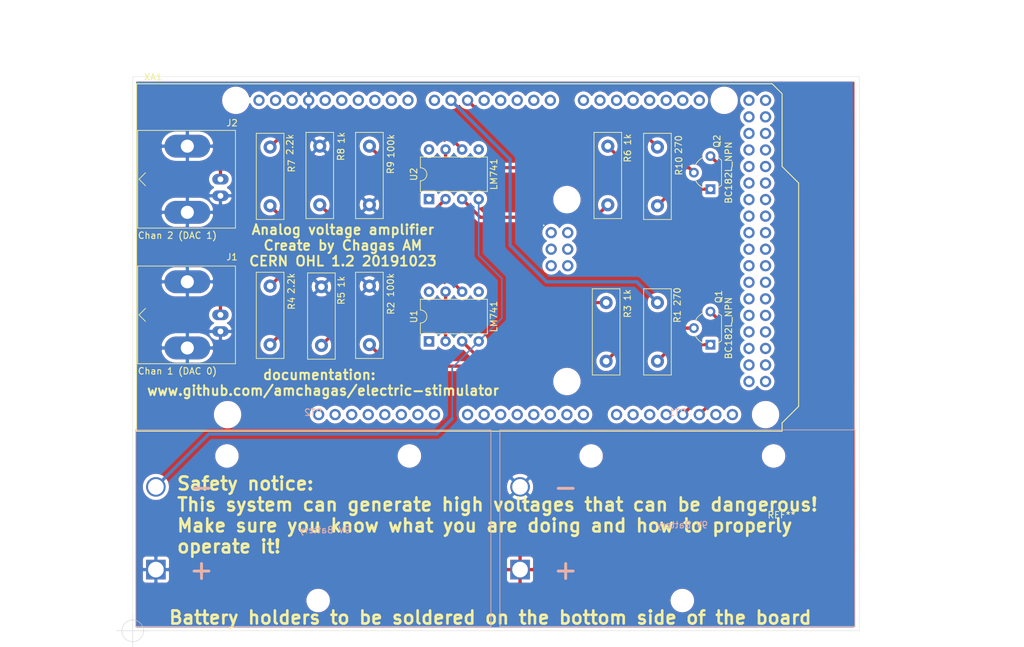
<source format=kicad_pcb>
(kicad_pcb (version 20171130) (host pcbnew 5.1.4-e60b266~84~ubuntu18.04.1)
  (layers (0 F.Cu signal) (31 B.Cu signal) (34 B.Paste user) (35 F.Paste user) (36 B.SilkS user) (37 F.SilkS user) (38 B.Mask user) (39 F.Mask user) (44 Edge.Cuts user))
  (net 0 "")
  (net 1 "Net-(BT1-Pad1)")
  (net 2 GND)
  (net 3 "Net-(BT2-Pad2)")
  (net 4 "Net-(J1-Pad1)")
  (net 5 "Net-(J2-Pad1)")
  (net 6 "Net-(Q1-Pad1)")
  (net 7 "Net-(Q1-Pad3)")
  (net 8 "Net-(Q1-Pad2)")
  (net 9 "Net-(Q2-Pad2)")
  (net 10 "Net-(Q2-Pad3)")
  (net 11 "Net-(Q2-Pad1)")
  (net 12 "Net-(R1-Pad2)")
  (net 13 "Net-(R3-Pad2)")
  (net 14 "Net-(R4-Pad1)")
  (net 15 "Net-(R6-Pad2)")
  (net 16 "Net-(R7-Pad1)")
  (net 17 "Net-(R10-Pad2)")
  (net 18 "Net-(U1-Pad1)")
  (net 19 "Net-(U1-Pad5)")
  (net 20 "Net-(U1-Pad8)")
  (net 21 "Net-(U2-Pad8)")
  (net 22 "Net-(U2-Pad5)")
  (net 23 "Net-(U2-Pad1)")
  (net 24 "Net-(XA1-PadRST2)")
  (net 25 "Net-(XA1-PadGND4)")
  (net 26 "Net-(XA1-PadMOSI)")
  (net 27 "Net-(XA1-PadSCK)")
  (net 28 "Net-(XA1-Pad5V2)")
  (net 29 "Net-(XA1-PadA0)")
  (net 30 "Net-(XA1-PadVIN)")
  (net 31 "Net-(XA1-PadGND3)")
  (net 32 "Net-(XA1-PadGND2)")
  (net 33 "Net-(XA1-Pad5V1)")
  (net 34 "Net-(XA1-Pad3V3)")
  (net 35 "Net-(XA1-PadRST1)")
  (net 36 "Net-(XA1-PadIORF)")
  (net 37 "Net-(XA1-PadD21)")
  (net 38 "Net-(XA1-PadD20)")
  (net 39 "Net-(XA1-PadD19)")
  (net 40 "Net-(XA1-PadD18)")
  (net 41 "Net-(XA1-PadD17)")
  (net 42 "Net-(XA1-PadD16)")
  (net 43 "Net-(XA1-PadD15)")
  (net 44 "Net-(XA1-PadD14)")
  (net 45 "Net-(XA1-PadD0)")
  (net 46 "Net-(XA1-PadD1)")
  (net 47 "Net-(XA1-PadD2)")
  (net 48 "Net-(XA1-PadD3)")
  (net 49 "Net-(XA1-PadD4)")
  (net 50 "Net-(XA1-PadD7)")
  (net 51 "Net-(XA1-PadD8)")
  (net 52 "Net-(XA1-PadD9)")
  (net 53 "Net-(XA1-PadD10)")
  (net 54 "Net-(XA1-PadSCL1)")
  (net 55 "Net-(XA1-PadSDA1)")
  (net 56 "Net-(XA1-PadAREF)")
  (net 57 "Net-(XA1-PadD13)")
  (net 58 "Net-(XA1-PadD12)")
  (net 59 "Net-(XA1-PadD11)")
  (net 60 "Net-(XA1-PadA1)")
  (net 61 "Net-(XA1-PadA2)")
  (net 62 "Net-(XA1-PadA3)")
  (net 63 "Net-(XA1-PadA4)")
  (net 64 "Net-(XA1-PadA5)")
  (net 65 "Net-(XA1-PadA6)")
  (net 66 "Net-(XA1-PadA7)")
  (net 67 "Net-(XA1-PadA8)")
  (net 68 "Net-(XA1-PadA9)")
  (net 69 "Net-(XA1-PadA10)")
  (net 70 "Net-(XA1-PadA11)")
  (net 71 "Net-(XA1-PadCANR)")
  (net 72 "Net-(XA1-PadCANT)")
  (net 73 "Net-(XA1-Pad5V3)")
  (net 74 "Net-(XA1-Pad5V4)")
  (net 75 "Net-(XA1-PadD22)")
  (net 76 "Net-(XA1-PadD23)")
  (net 77 "Net-(XA1-PadD24)")
  (net 78 "Net-(XA1-PadD25)")
  (net 79 "Net-(XA1-PadD26)")
  (net 80 "Net-(XA1-PadD27)")
  (net 81 "Net-(XA1-PadD28)")
  (net 82 "Net-(XA1-PadD29)")
  (net 83 "Net-(XA1-PadD30)")
  (net 84 "Net-(XA1-PadD31)")
  (net 85 "Net-(XA1-PadD32)")
  (net 86 "Net-(XA1-PadD33)")
  (net 87 "Net-(XA1-PadD34)")
  (net 88 "Net-(XA1-PadD35)")
  (net 89 "Net-(XA1-PadD36)")
  (net 90 "Net-(XA1-PadD37)")
  (net 91 "Net-(XA1-PadD38)")
  (net 92 "Net-(XA1-PadD39)")
  (net 93 "Net-(XA1-PadD40)")
  (net 94 "Net-(XA1-PadD41)")
  (net 95 "Net-(XA1-PadD42)")
  (net 96 "Net-(XA1-PadD43)")
  (net 97 "Net-(XA1-PadD44)")
  (net 98 "Net-(XA1-PadD45)")
  (net 99 "Net-(XA1-PadD46)")
  (net 100 "Net-(XA1-PadD47)")
  (net 101 "Net-(XA1-PadD48)")
  (net 102 "Net-(XA1-PadD49)")
  (net 103 "Net-(XA1-PadD50)")
  (net 104 "Net-(XA1-PadD51)")
  (net 105 "Net-(XA1-PadD52)")
  (net 106 "Net-(XA1-PadD53)")
  (net 107 "Net-(XA1-PadGND5)")
  (net 108 "Net-(XA1-PadGND6)")
  (net 109 "Net-(XA1-PadMISO)")
  (module Symbol:Symbol_Highvoltage_Type2_CopperTop_Small (layer F.Cu) (at 179.07 142.494)
    (fp_text reference REF** (at 0 -10.16) (layer F.SilkS))
    (fp_text value Symbol_Highvoltage_Type2_CopperTop_Small)
    (fp_line (start -1.143 1.397) (end -1.27 0.889) (layer F.Cu) (width 0.381))
    (fp_line (start 0 -0.889) (end -1.143 1.397) (layer F.Cu) (width 0.381))
    (fp_line (start -1.397 -0.889) (end 0 -0.889) (layer F.Cu) (width 0.381))
    (fp_line (start 0.127 -3.175) (end -1.397 -0.889) (layer F.Cu) (width 0.381))
    (fp_line (start 0.381 -2.794) (end 0.254 -3.302) (layer F.Cu) (width 0.381))
    (fp_line (start 1.143 -3.302) (end 0.381 -2.794) (layer F.Cu) (width 0.381))
    (fp_line (start -0.635 -1.27) (end 1.143 -3.302) (layer F.Cu) (width 0.381))
    (fp_line (start 0.635 -1.27) (end -0.635 -1.27) (layer F.Cu) (width 0.381))
    (fp_line (start -1.143 1.524) (end 0.635 -1.27) (layer F.Cu) (width 0.381))
    (fp_line (start -0.635 1.27) (end -1.143 1.524) (layer F.Cu) (width 0.381))
    (fp_line (start -1.397 1.905) (end -0.635 1.27) (layer F.Cu) (width 0.381))
    (fp_line (start -1.27 0.889) (end -1.397 1.905) (layer F.Cu) (width 0.381))
    (fp_line (start -1.016 -1.016) (end 0.254 -1.016) (layer F.Cu) (width 0.381))
    (fp_line (start 0.381 -2.921) (end -1.016 -1.016) (layer F.Cu) (width 0.381))
    (fp_line (start -8.89 3.81) (end 0 -7.62) (layer F.Cu) (width 1.27))
    (fp_line (start 8.89 3.81) (end -8.89 3.81) (layer F.Cu) (width 1.27))
    (fp_line (start 0 -7.62) (end 8.89 3.81) (layer F.Cu) (width 1.27))
  )
  (module Battery:BatteryHolder_Eagle_12BH611-GR (layer B.Cu) (at 138.938 140.716 180)
    (fp_text reference BT1 (at -24.13 24.13) (layer B.SilkS) (effects (justify mirror)))
    (fp_text value "9V Battery" (at -24.892 6.858) (layer B.SilkS) (effects (justify mirror)))
    (fp_text user - (at -7 12.7) (layer B.SilkS) (effects (font (size 3 3) (thickness 0.45)) (justify mirror)))
    (fp_text user + (at -7 0) (layer B.SilkS) (effects (font (size 3 3) (thickness 0.45)) (justify mirror)))
    (fp_line (start -51.4 -8.75) (end -51.4 21.45) (layer B.SilkS) (width 0.12))
    (fp_line (start 3.1 -8.75) (end -51.4 -8.75) (layer B.SilkS) (width 0.12))
    (fp_line (start 3.1 21.45) (end 3.1 -8.75) (layer B.SilkS) (width 0.12))
    (fp_line (start -51.4 21.45) (end 3.1 21.45) (layer B.SilkS) (width 0.12))
    (pad "" np_thru_hole circle (at -24.9 -4.75 180) (size 2.6 2.6) (drill 2.6) (layers *.Cu *.Mask))
    (pad "" np_thru_hole circle (at -38.9 17.45 180) (size 2.6 2.6) (drill 2.6) (layers *.Cu *.Mask))
    (pad "" np_thru_hole circle (at -10.9 17.45 180) (size 2.6 2.6) (drill 2.6) (layers *.Cu *.Mask))
    (pad 1 thru_hole rect (at 0 0 180) (size 3 3) (drill 2.4) (layers *.Cu *.Mask) (net 1 "Net-(BT1-Pad1)"))
    (pad 2 thru_hole circle (at 0 12.7 180) (size 3 3) (drill 2.4) (layers *.Cu *.Mask) (net 2 GND))
  )
  (module Arduino:Arduino_Due_Shield (layer F.Cu) (at 80.085001 119.455001)
    (fp_text reference XA1 (at 2.54 -54.356) (layer F.SilkS))
    (fp_text value Arduino_Due_Shield)
    (fp_text user . (at 62.484 -32.004) (layer F.SilkS))
    (fp_line (start 0 -53.34) (end 0 0) (layer F.SilkS) (width 0.15))
    (fp_line (start 99.06 -40.64) (end 99.06 -51.816) (layer F.SilkS) (width 0.15))
    (fp_line (start 101.6 -38.1) (end 99.06 -40.64) (layer F.SilkS) (width 0.15))
    (fp_line (start 101.6 -3.81) (end 101.6 -38.1) (layer F.SilkS) (width 0.15))
    (fp_line (start 99.06 -1.27) (end 101.6 -3.81) (layer F.SilkS) (width 0.15))
    (fp_line (start 99.06 0) (end 99.06 -1.27) (layer F.SilkS) (width 0.15))
    (fp_line (start 97.536 -53.34) (end 99.06 -51.816) (layer F.SilkS) (width 0.15))
    (fp_line (start 0 0) (end 99.06 0) (layer F.SilkS) (width 0.15))
    (fp_line (start 0 -53.34) (end 97.536 -53.34) (layer F.SilkS) (width 0.15))
    (pad RST2 thru_hole oval (at 63.627 -25.4) (size 1.7272 1.7272) (drill 1.016) (layers *.Cu *.Mask) (net 24 "Net-(XA1-PadRST2)"))
    (pad GND4 thru_hole oval (at 66.167 -25.4) (size 1.7272 1.7272) (drill 1.016) (layers *.Cu *.Mask) (net 25 "Net-(XA1-PadGND4)"))
    (pad MOSI thru_hole oval (at 66.167 -27.94) (size 1.7272 1.7272) (drill 1.016) (layers *.Cu *.Mask) (net 26 "Net-(XA1-PadMOSI)"))
    (pad SCK thru_hole oval (at 63.627 -27.94) (size 1.7272 1.7272) (drill 1.016) (layers *.Cu *.Mask) (net 27 "Net-(XA1-PadSCK)"))
    (pad 5V2 thru_hole oval (at 66.167 -30.48) (size 1.7272 1.7272) (drill 1.016) (layers *.Cu *.Mask) (net 28 "Net-(XA1-Pad5V2)"))
    (pad A0 thru_hole oval (at 50.8 -2.54) (size 1.7272 1.7272) (drill 1.016) (layers *.Cu *.Mask) (net 29 "Net-(XA1-PadA0)"))
    (pad VIN thru_hole oval (at 45.72 -2.54) (size 1.7272 1.7272) (drill 1.016) (layers *.Cu *.Mask) (net 30 "Net-(XA1-PadVIN)"))
    (pad GND3 thru_hole oval (at 43.18 -2.54) (size 1.7272 1.7272) (drill 1.016) (layers *.Cu *.Mask) (net 31 "Net-(XA1-PadGND3)"))
    (pad GND2 thru_hole oval (at 40.64 -2.54) (size 1.7272 1.7272) (drill 1.016) (layers *.Cu *.Mask) (net 32 "Net-(XA1-PadGND2)"))
    (pad 5V1 thru_hole oval (at 38.1 -2.54) (size 1.7272 1.7272) (drill 1.016) (layers *.Cu *.Mask) (net 33 "Net-(XA1-Pad5V1)"))
    (pad 3V3 thru_hole oval (at 35.56 -2.54) (size 1.7272 1.7272) (drill 1.016) (layers *.Cu *.Mask) (net 34 "Net-(XA1-Pad3V3)"))
    (pad RST1 thru_hole oval (at 33.02 -2.54) (size 1.7272 1.7272) (drill 1.016) (layers *.Cu *.Mask) (net 35 "Net-(XA1-PadRST1)"))
    (pad IORF thru_hole oval (at 30.48 -2.54) (size 1.7272 1.7272) (drill 1.016) (layers *.Cu *.Mask) (net 36 "Net-(XA1-PadIORF)"))
    (pad D21 thru_hole oval (at 86.36 -50.8) (size 1.7272 1.7272) (drill 1.016) (layers *.Cu *.Mask) (net 37 "Net-(XA1-PadD21)"))
    (pad D20 thru_hole oval (at 83.82 -50.8) (size 1.7272 1.7272) (drill 1.016) (layers *.Cu *.Mask) (net 38 "Net-(XA1-PadD20)"))
    (pad D19 thru_hole oval (at 81.28 -50.8) (size 1.7272 1.7272) (drill 1.016) (layers *.Cu *.Mask) (net 39 "Net-(XA1-PadD19)"))
    (pad D18 thru_hole oval (at 78.74 -50.8) (size 1.7272 1.7272) (drill 1.016) (layers *.Cu *.Mask) (net 40 "Net-(XA1-PadD18)"))
    (pad D17 thru_hole oval (at 76.2 -50.8) (size 1.7272 1.7272) (drill 1.016) (layers *.Cu *.Mask) (net 41 "Net-(XA1-PadD17)"))
    (pad D16 thru_hole oval (at 73.66 -50.8) (size 1.7272 1.7272) (drill 1.016) (layers *.Cu *.Mask) (net 42 "Net-(XA1-PadD16)"))
    (pad D15 thru_hole oval (at 71.12 -50.8) (size 1.7272 1.7272) (drill 1.016) (layers *.Cu *.Mask) (net 43 "Net-(XA1-PadD15)"))
    (pad D14 thru_hole oval (at 68.58 -50.8) (size 1.7272 1.7272) (drill 1.016) (layers *.Cu *.Mask) (net 44 "Net-(XA1-PadD14)"))
    (pad D0 thru_hole oval (at 63.5 -50.8) (size 1.7272 1.7272) (drill 1.016) (layers *.Cu *.Mask) (net 45 "Net-(XA1-PadD0)"))
    (pad D1 thru_hole oval (at 60.96 -50.8) (size 1.7272 1.7272) (drill 1.016) (layers *.Cu *.Mask) (net 46 "Net-(XA1-PadD1)"))
    (pad D2 thru_hole oval (at 58.42 -50.8) (size 1.7272 1.7272) (drill 1.016) (layers *.Cu *.Mask) (net 47 "Net-(XA1-PadD2)"))
    (pad D3 thru_hole oval (at 55.88 -50.8) (size 1.7272 1.7272) (drill 1.016) (layers *.Cu *.Mask) (net 48 "Net-(XA1-PadD3)"))
    (pad D4 thru_hole oval (at 53.34 -50.8) (size 1.7272 1.7272) (drill 1.016) (layers *.Cu *.Mask) (net 49 "Net-(XA1-PadD4)"))
    (pad D5 thru_hole oval (at 50.8 -50.8) (size 1.7272 1.7272) (drill 1.016) (layers *.Cu *.Mask) (net 17 "Net-(R10-Pad2)"))
    (pad D6 thru_hole oval (at 48.26 -50.8) (size 1.7272 1.7272) (drill 1.016) (layers *.Cu *.Mask) (net 12 "Net-(R1-Pad2)"))
    (pad D7 thru_hole oval (at 45.72 -50.8) (size 1.7272 1.7272) (drill 1.016) (layers *.Cu *.Mask) (net 50 "Net-(XA1-PadD7)"))
    (pad GND1 thru_hole oval (at 26.416 -50.8) (size 1.7272 1.7272) (drill 1.016) (layers *.Cu *.Mask) (net 2 GND))
    (pad D8 thru_hole oval (at 41.656 -50.8) (size 1.7272 1.7272) (drill 1.016) (layers *.Cu *.Mask) (net 51 "Net-(XA1-PadD8)"))
    (pad D9 thru_hole oval (at 39.116 -50.8) (size 1.7272 1.7272) (drill 1.016) (layers *.Cu *.Mask) (net 52 "Net-(XA1-PadD9)"))
    (pad D10 thru_hole oval (at 36.576 -50.8) (size 1.7272 1.7272) (drill 1.016) (layers *.Cu *.Mask) (net 53 "Net-(XA1-PadD10)"))
    (pad "" np_thru_hole circle (at 66.04 -7.62) (size 3.2 3.2) (drill 3.2) (layers *.Cu *.Mask))
    (pad "" np_thru_hole circle (at 66.04 -35.56) (size 3.2 3.2) (drill 3.2) (layers *.Cu *.Mask))
    (pad "" np_thru_hole circle (at 90.17 -50.8) (size 3.2 3.2) (drill 3.2) (layers *.Cu *.Mask))
    (pad "" np_thru_hole circle (at 15.24 -50.8) (size 3.2 3.2) (drill 3.2) (layers *.Cu *.Mask))
    (pad "" np_thru_hole circle (at 96.52 -2.54) (size 3.2 3.2) (drill 3.2) (layers *.Cu *.Mask))
    (pad "" np_thru_hole circle (at 13.97 -2.54) (size 3.2 3.2) (drill 3.2) (layers *.Cu *.Mask))
    (pad SCL1 thru_hole oval (at 18.796 -50.8) (size 1.7272 1.7272) (drill 1.016) (layers *.Cu *.Mask) (net 54 "Net-(XA1-PadSCL1)"))
    (pad SDA1 thru_hole oval (at 21.336 -50.8) (size 1.7272 1.7272) (drill 1.016) (layers *.Cu *.Mask) (net 55 "Net-(XA1-PadSDA1)"))
    (pad AREF thru_hole oval (at 23.876 -50.8) (size 1.7272 1.7272) (drill 1.016) (layers *.Cu *.Mask) (net 56 "Net-(XA1-PadAREF)"))
    (pad D13 thru_hole oval (at 28.956 -50.8) (size 1.7272 1.7272) (drill 1.016) (layers *.Cu *.Mask) (net 57 "Net-(XA1-PadD13)"))
    (pad D12 thru_hole oval (at 31.496 -50.8) (size 1.7272 1.7272) (drill 1.016) (layers *.Cu *.Mask) (net 58 "Net-(XA1-PadD12)"))
    (pad D11 thru_hole oval (at 34.036 -50.8) (size 1.7272 1.7272) (drill 1.016) (layers *.Cu *.Mask) (net 59 "Net-(XA1-PadD11)"))
    (pad "" thru_hole oval (at 27.94 -2.54) (size 1.7272 1.7272) (drill 1.016) (layers *.Cu *.Mask))
    (pad A1 thru_hole oval (at 53.34 -2.54) (size 1.7272 1.7272) (drill 1.016) (layers *.Cu *.Mask) (net 60 "Net-(XA1-PadA1)"))
    (pad A2 thru_hole oval (at 55.88 -2.54) (size 1.7272 1.7272) (drill 1.016) (layers *.Cu *.Mask) (net 61 "Net-(XA1-PadA2)"))
    (pad A3 thru_hole oval (at 58.42 -2.54) (size 1.7272 1.7272) (drill 1.016) (layers *.Cu *.Mask) (net 62 "Net-(XA1-PadA3)"))
    (pad A4 thru_hole oval (at 60.96 -2.54) (size 1.7272 1.7272) (drill 1.016) (layers *.Cu *.Mask) (net 63 "Net-(XA1-PadA4)"))
    (pad A5 thru_hole oval (at 63.5 -2.54) (size 1.7272 1.7272) (drill 1.016) (layers *.Cu *.Mask) (net 64 "Net-(XA1-PadA5)"))
    (pad A6 thru_hole oval (at 66.04 -2.54) (size 1.7272 1.7272) (drill 1.016) (layers *.Cu *.Mask) (net 65 "Net-(XA1-PadA6)"))
    (pad A7 thru_hole oval (at 68.58 -2.54) (size 1.7272 1.7272) (drill 1.016) (layers *.Cu *.Mask) (net 66 "Net-(XA1-PadA7)"))
    (pad A8 thru_hole oval (at 73.66 -2.54) (size 1.7272 1.7272) (drill 1.016) (layers *.Cu *.Mask) (net 67 "Net-(XA1-PadA8)"))
    (pad A9 thru_hole oval (at 76.2 -2.54) (size 1.7272 1.7272) (drill 1.016) (layers *.Cu *.Mask) (net 68 "Net-(XA1-PadA9)"))
    (pad A10 thru_hole oval (at 78.74 -2.54) (size 1.7272 1.7272) (drill 1.016) (layers *.Cu *.Mask) (net 69 "Net-(XA1-PadA10)"))
    (pad A11 thru_hole oval (at 81.28 -2.54) (size 1.7272 1.7272) (drill 1.016) (layers *.Cu *.Mask) (net 70 "Net-(XA1-PadA11)"))
    (pad DAC0 thru_hole oval (at 83.82 -2.54) (size 1.7272 1.7272) (drill 1.016) (layers *.Cu *.Mask) (net 7 "Net-(Q1-Pad3)"))
    (pad DAC1 thru_hole oval (at 86.36 -2.54) (size 1.7272 1.7272) (drill 1.016) (layers *.Cu *.Mask) (net 10 "Net-(Q2-Pad3)"))
    (pad CANR thru_hole oval (at 88.9 -2.54) (size 1.7272 1.7272) (drill 1.016) (layers *.Cu *.Mask) (net 71 "Net-(XA1-PadCANR)"))
    (pad CANT thru_hole oval (at 91.44 -2.54) (size 1.7272 1.7272) (drill 1.016) (layers *.Cu *.Mask) (net 72 "Net-(XA1-PadCANT)"))
    (pad 5V3 thru_hole oval (at 93.98 -50.8) (size 1.7272 1.7272) (drill 1.016) (layers *.Cu *.Mask) (net 73 "Net-(XA1-Pad5V3)"))
    (pad 5V4 thru_hole oval (at 96.52 -50.8) (size 1.7272 1.7272) (drill 1.016) (layers *.Cu *.Mask) (net 74 "Net-(XA1-Pad5V4)"))
    (pad D22 thru_hole oval (at 93.98 -48.26) (size 1.7272 1.7272) (drill 1.016) (layers *.Cu *.Mask) (net 75 "Net-(XA1-PadD22)"))
    (pad D23 thru_hole oval (at 96.52 -48.26) (size 1.7272 1.7272) (drill 1.016) (layers *.Cu *.Mask) (net 76 "Net-(XA1-PadD23)"))
    (pad D24 thru_hole oval (at 93.98 -45.72) (size 1.7272 1.7272) (drill 1.016) (layers *.Cu *.Mask) (net 77 "Net-(XA1-PadD24)"))
    (pad D25 thru_hole oval (at 96.52 -45.72) (size 1.7272 1.7272) (drill 1.016) (layers *.Cu *.Mask) (net 78 "Net-(XA1-PadD25)"))
    (pad D26 thru_hole oval (at 93.98 -43.18) (size 1.7272 1.7272) (drill 1.016) (layers *.Cu *.Mask) (net 79 "Net-(XA1-PadD26)"))
    (pad D27 thru_hole oval (at 96.52 -43.18) (size 1.7272 1.7272) (drill 1.016) (layers *.Cu *.Mask) (net 80 "Net-(XA1-PadD27)"))
    (pad D28 thru_hole oval (at 93.98 -40.64) (size 1.7272 1.7272) (drill 1.016) (layers *.Cu *.Mask) (net 81 "Net-(XA1-PadD28)"))
    (pad D29 thru_hole oval (at 96.52 -40.64) (size 1.7272 1.7272) (drill 1.016) (layers *.Cu *.Mask) (net 82 "Net-(XA1-PadD29)"))
    (pad D30 thru_hole oval (at 93.98 -38.1) (size 1.7272 1.7272) (drill 1.016) (layers *.Cu *.Mask) (net 83 "Net-(XA1-PadD30)"))
    (pad D31 thru_hole oval (at 96.52 -38.1) (size 1.7272 1.7272) (drill 1.016) (layers *.Cu *.Mask) (net 84 "Net-(XA1-PadD31)"))
    (pad D32 thru_hole oval (at 93.98 -35.56) (size 1.7272 1.7272) (drill 1.016) (layers *.Cu *.Mask) (net 85 "Net-(XA1-PadD32)"))
    (pad D33 thru_hole oval (at 96.52 -35.56) (size 1.7272 1.7272) (drill 1.016) (layers *.Cu *.Mask) (net 86 "Net-(XA1-PadD33)"))
    (pad D34 thru_hole oval (at 93.98 -33.02) (size 1.7272 1.7272) (drill 1.016) (layers *.Cu *.Mask) (net 87 "Net-(XA1-PadD34)"))
    (pad D35 thru_hole oval (at 96.52 -33.02) (size 1.7272 1.7272) (drill 1.016) (layers *.Cu *.Mask) (net 88 "Net-(XA1-PadD35)"))
    (pad D36 thru_hole oval (at 93.98 -30.48) (size 1.7272 1.7272) (drill 1.016) (layers *.Cu *.Mask) (net 89 "Net-(XA1-PadD36)"))
    (pad D37 thru_hole oval (at 96.52 -30.48) (size 1.7272 1.7272) (drill 1.016) (layers *.Cu *.Mask) (net 90 "Net-(XA1-PadD37)"))
    (pad D38 thru_hole oval (at 93.98 -27.94) (size 1.7272 1.7272) (drill 1.016) (layers *.Cu *.Mask) (net 91 "Net-(XA1-PadD38)"))
    (pad D39 thru_hole oval (at 96.52 -27.94) (size 1.7272 1.7272) (drill 1.016) (layers *.Cu *.Mask) (net 92 "Net-(XA1-PadD39)"))
    (pad D40 thru_hole oval (at 93.98 -25.4) (size 1.7272 1.7272) (drill 1.016) (layers *.Cu *.Mask) (net 93 "Net-(XA1-PadD40)"))
    (pad D41 thru_hole oval (at 96.52 -25.4) (size 1.7272 1.7272) (drill 1.016) (layers *.Cu *.Mask) (net 94 "Net-(XA1-PadD41)"))
    (pad D42 thru_hole oval (at 93.98 -22.86) (size 1.7272 1.7272) (drill 1.016) (layers *.Cu *.Mask) (net 95 "Net-(XA1-PadD42)"))
    (pad D43 thru_hole oval (at 96.52 -22.86) (size 1.7272 1.7272) (drill 1.016) (layers *.Cu *.Mask) (net 96 "Net-(XA1-PadD43)"))
    (pad D44 thru_hole oval (at 93.98 -20.32) (size 1.7272 1.7272) (drill 1.016) (layers *.Cu *.Mask) (net 97 "Net-(XA1-PadD44)"))
    (pad D45 thru_hole oval (at 96.52 -20.32) (size 1.7272 1.7272) (drill 1.016) (layers *.Cu *.Mask) (net 98 "Net-(XA1-PadD45)"))
    (pad D46 thru_hole oval (at 93.98 -17.78) (size 1.7272 1.7272) (drill 1.016) (layers *.Cu *.Mask) (net 99 "Net-(XA1-PadD46)"))
    (pad D47 thru_hole oval (at 96.52 -17.78) (size 1.7272 1.7272) (drill 1.016) (layers *.Cu *.Mask) (net 100 "Net-(XA1-PadD47)"))
    (pad D48 thru_hole oval (at 93.98 -15.24) (size 1.7272 1.7272) (drill 1.016) (layers *.Cu *.Mask) (net 101 "Net-(XA1-PadD48)"))
    (pad D49 thru_hole oval (at 96.52 -15.24) (size 1.7272 1.7272) (drill 1.016) (layers *.Cu *.Mask) (net 102 "Net-(XA1-PadD49)"))
    (pad D50 thru_hole oval (at 93.98 -12.7) (size 1.7272 1.7272) (drill 1.016) (layers *.Cu *.Mask) (net 103 "Net-(XA1-PadD50)"))
    (pad D51 thru_hole oval (at 96.52 -12.7) (size 1.7272 1.7272) (drill 1.016) (layers *.Cu *.Mask) (net 104 "Net-(XA1-PadD51)"))
    (pad D52 thru_hole oval (at 93.98 -10.16) (size 1.7272 1.7272) (drill 1.016) (layers *.Cu *.Mask) (net 105 "Net-(XA1-PadD52)"))
    (pad D53 thru_hole oval (at 96.52 -10.16) (size 1.7272 1.7272) (drill 1.016) (layers *.Cu *.Mask) (net 106 "Net-(XA1-PadD53)"))
    (pad GND5 thru_hole oval (at 93.98 -7.62) (size 1.7272 1.7272) (drill 1.016) (layers *.Cu *.Mask) (net 107 "Net-(XA1-PadGND5)"))
    (pad GND6 thru_hole oval (at 96.52 -7.62) (size 1.7272 1.7272) (drill 1.016) (layers *.Cu *.Mask) (net 108 "Net-(XA1-PadGND6)"))
    (pad MISO thru_hole oval (at 63.627 -30.48) (size 1.7272 1.7272) (drill 1.016) (layers *.Cu *.Mask) (net 109 "Net-(XA1-PadMISO)"))
  )
  (module Resistor_THT:R_Box_L13.0mm_W4.0mm_P9.00mm (layer F.Cu) (at 108.204 75.692 270)
    (fp_text reference R8 (at 1.27 -3.25 90) (layer F.SilkS))
    (fp_text value 1k (at -1.27 -3.302 90) (layer F.SilkS))
    (fp_line (start 11.12 -2.12) (end 11.12 2.12) (layer F.SilkS) (width 0.12))
    (fp_line (start -2.12 -2.12) (end -2.12 2.12) (layer F.SilkS) (width 0.12))
    (fp_line (start -2.12 2.12) (end 11.12 2.12) (layer F.SilkS) (width 0.12))
    (fp_line (start -2.12 -2.12) (end 11.12 -2.12) (layer F.SilkS) (width 0.12))
    (pad 2 thru_hole circle (at 9 0 270) (size 2 2) (drill 1) (layers *.Cu *.Mask) (net 16 "Net-(R7-Pad1)"))
    (pad 1 thru_hole circle (at 0 0 270) (size 2 2) (drill 1) (layers *.Cu *.Mask) (net 2 GND))
  )
  (module Battery:BatteryHolder_Eagle_12BH611-GR (layer B.Cu) (at 83.058 140.716 180)
    (fp_text reference BT2 (at -24.13 24.13) (layer B.SilkS) (effects (justify mirror)))
    (fp_text value "9V Battery" (at -25.908 6.096 180) (layer B.SilkS) (effects (justify mirror)))
    (fp_line (start -51.4 21.45) (end 3.1 21.45) (layer B.SilkS) (width 0.12))
    (fp_line (start 3.1 21.45) (end 3.1 -8.75) (layer B.SilkS) (width 0.12))
    (fp_line (start 3.1 -8.75) (end -51.4 -8.75) (layer B.SilkS) (width 0.12))
    (fp_line (start -51.4 -8.75) (end -51.4 21.45) (layer B.SilkS) (width 0.12))
    (fp_text user + (at -7 0) (layer B.SilkS) (effects (font (size 3 3) (thickness 0.45)) (justify mirror)))
    (fp_text user - (at -7 12.7) (layer B.SilkS) (effects (font (size 3 3) (thickness 0.45)) (justify mirror)))
    (pad 2 thru_hole circle (at 0 12.7 180) (size 3 3) (drill 2.4) (layers *.Cu *.Mask) (net 3 "Net-(BT2-Pad2)"))
    (pad 1 thru_hole rect (at 0 0 180) (size 3 3) (drill 2.4) (layers *.Cu *.Mask) (net 2 GND))
    (pad "" np_thru_hole circle (at -10.9 17.45 180) (size 2.6 2.6) (drill 2.6) (layers *.Cu *.Mask))
    (pad "" np_thru_hole circle (at -38.9 17.45 180) (size 2.6 2.6) (drill 2.6) (layers *.Cu *.Mask))
    (pad "" np_thru_hole circle (at -24.9 -4.75 180) (size 2.6 2.6) (drill 2.6) (layers *.Cu *.Mask))
  )
  (module Connector_Coaxial:BNC_Amphenol_B6252HB-NPP3G-50_Horizontal (layer F.Cu) (at 92.964 101.6 90)
    (fp_text reference J1 (at 8.89 1.778 180) (layer F.SilkS))
    (fp_text value "Chan 1 (DAC 0)" (at -8.636 -6.604 180) (layer F.SilkS))
    (fp_line (start -7.5 -12.7) (end 7.5 -12.7) (layer F.SilkS) (width 0.12))
    (fp_line (start 7.5 -12.7) (end 7.5 2.3) (layer F.SilkS) (width 0.12))
    (fp_line (start 7.5 2.3) (end -7.5 2.3) (layer F.SilkS) (width 0.12))
    (fp_line (start -7.5 2.3) (end -7.5 -12.7) (layer F.SilkS) (width 0.12))
    (fp_line (start 0 -12.5) (end -1 -11.5) (layer F.SilkS) (width 0.12))
    (fp_line (start 0 -12.5) (end 1 -11.5) (layer F.SilkS) (width 0.12))
    (pad 2 thru_hole oval (at -5.08 -5.08 90) (size 3.5 7) (drill 2.01) (layers *.Cu *.Mask) (net 2 GND))
    (pad 2 thru_hole oval (at 5.08 -5.08 90) (size 3.5 7) (drill 2.01) (layers *.Cu *.Mask) (net 2 GND))
    (pad 1 thru_hole oval (at 0 0 90) (size 1.6 2.5) (drill 0.89) (layers *.Cu *.Mask) (net 4 "Net-(J1-Pad1)"))
    (pad 2 thru_hole oval (at -2.54 0 90) (size 1.6 2.5) (drill 0.89) (layers *.Cu *.Mask) (net 2 GND))
  )
  (module Connector_Coaxial:BNC_Amphenol_B6252HB-NPP3G-50_Horizontal (layer F.Cu) (at 92.964 80.772 90)
    (fp_text reference J2 (at 8.636 1.778 180) (layer F.SilkS))
    (fp_text value "Chan 2 (DAC 1)" (at -8.636 -6.604) (layer F.SilkS))
    (fp_line (start 0 -12.5) (end 1 -11.5) (layer F.SilkS) (width 0.12))
    (fp_line (start 0 -12.5) (end -1 -11.5) (layer F.SilkS) (width 0.12))
    (fp_line (start -7.5 2.3) (end -7.5 -12.7) (layer F.SilkS) (width 0.12))
    (fp_line (start 7.5 2.3) (end -7.5 2.3) (layer F.SilkS) (width 0.12))
    (fp_line (start 7.5 -12.7) (end 7.5 2.3) (layer F.SilkS) (width 0.12))
    (fp_line (start -7.5 -12.7) (end 7.5 -12.7) (layer F.SilkS) (width 0.12))
    (pad 2 thru_hole oval (at -2.54 0 90) (size 1.6 2.5) (drill 0.89) (layers *.Cu *.Mask) (net 2 GND))
    (pad 1 thru_hole oval (at 0 0 90) (size 1.6 2.5) (drill 0.89) (layers *.Cu *.Mask) (net 5 "Net-(J2-Pad1)"))
    (pad 2 thru_hole oval (at 5.08 -5.08 90) (size 3.5 7) (drill 2.01) (layers *.Cu *.Mask) (net 2 GND))
    (pad 2 thru_hole oval (at -5.08 -5.08 90) (size 3.5 7) (drill 2.01) (layers *.Cu *.Mask) (net 2 GND))
  )
  (module Package_TO_SOT_THT:TO-92L_Wide (layer F.Cu) (at 168.148 106.172 90)
    (fp_text reference Q1 (at 7.366 1.27 90) (layer F.SilkS))
    (fp_text value BC182L_NPN (at 2.54 2.79 90) (layer F.SilkS))
    (fp_arc (start 2.54 0) (end 4.45 1.7) (angle -15.88591585) (layer F.SilkS) (width 0.12))
    (fp_arc (start 2.54 0) (end 3.6 -2.35) (angle 40.72153779) (layer F.SilkS) (width 0.12))
    (fp_arc (start 2.54 0) (end 1.45 -2.35) (angle -40.11670855) (layer F.SilkS) (width 0.12))
    (fp_arc (start 2.54 0) (end 0.6 1.7) (angle 15.44288892) (layer F.SilkS) (width 0.12))
    (fp_line (start 0.6 1.7) (end 4.45 1.7) (layer F.SilkS) (width 0.12))
    (pad 1 thru_hole rect (at 0 0 180) (size 1.5 1.5) (drill 0.8) (layers *.Cu *.Mask) (net 6 "Net-(Q1-Pad1)"))
    (pad 3 thru_hole circle (at 5.08 0 180) (size 1.5 1.5) (drill 0.8) (layers *.Cu *.Mask) (net 7 "Net-(Q1-Pad3)"))
    (pad 2 thru_hole circle (at 2.54 -2.54 180) (size 1.5 1.5) (drill 0.8) (layers *.Cu *.Mask) (net 8 "Net-(Q1-Pad2)"))
  )
  (module Package_TO_SOT_THT:TO-92L_Wide (layer F.Cu) (at 168.148 82.296 90)
    (fp_text reference Q2 (at 7.366 1.016 90) (layer F.SilkS))
    (fp_text value BC182L_NPN (at 2.54 2.79 90) (layer F.SilkS))
    (fp_line (start 0.6 1.7) (end 4.45 1.7) (layer F.SilkS) (width 0.12))
    (fp_arc (start 2.54 0) (end 0.6 1.7) (angle 15.44288892) (layer F.SilkS) (width 0.12))
    (fp_arc (start 2.54 0) (end 1.45 -2.35) (angle -40.11670855) (layer F.SilkS) (width 0.12))
    (fp_arc (start 2.54 0) (end 3.6 -2.35) (angle 40.72153779) (layer F.SilkS) (width 0.12))
    (fp_arc (start 2.54 0) (end 4.45 1.7) (angle -15.88591585) (layer F.SilkS) (width 0.12))
    (pad 2 thru_hole circle (at 2.54 -2.54 180) (size 1.5 1.5) (drill 0.8) (layers *.Cu *.Mask) (net 9 "Net-(Q2-Pad2)"))
    (pad 3 thru_hole circle (at 5.08 0 180) (size 1.5 1.5) (drill 0.8) (layers *.Cu *.Mask) (net 10 "Net-(Q2-Pad3)"))
    (pad 1 thru_hole rect (at 0 0 180) (size 1.5 1.5) (drill 0.8) (layers *.Cu *.Mask) (net 11 "Net-(Q2-Pad1)"))
  )
  (module Resistor_THT:R_Box_L13.0mm_W4.0mm_P9.00mm (layer F.Cu) (at 160.02 108.712 90)
    (fp_text reference R1 (at 6.858 3.048 90) (layer F.SilkS))
    (fp_text value 270 (at 9.906 3.048 90) (layer F.SilkS))
    (fp_line (start 11.12 -2.12) (end 11.12 2.12) (layer F.SilkS) (width 0.12))
    (fp_line (start -2.12 -2.12) (end -2.12 2.12) (layer F.SilkS) (width 0.12))
    (fp_line (start -2.12 2.12) (end 11.12 2.12) (layer F.SilkS) (width 0.12))
    (fp_line (start -2.12 -2.12) (end 11.12 -2.12) (layer F.SilkS) (width 0.12))
    (pad 2 thru_hole circle (at 9 0 90) (size 2 2) (drill 1) (layers *.Cu *.Mask) (net 12 "Net-(R1-Pad2)"))
    (pad 1 thru_hole circle (at 0 0 90) (size 2 2) (drill 1) (layers *.Cu *.Mask) (net 6 "Net-(Q1-Pad1)"))
  )
  (module Resistor_THT:R_Box_L13.0mm_W4.0mm_P9.00mm (layer F.Cu) (at 115.824 106.172 90)
    (fp_text reference R2 (at 5.588 3.302 90) (layer F.SilkS))
    (fp_text value 100k (at 9.144 3.25 90) (layer F.SilkS))
    (fp_line (start -2.12 -2.12) (end 11.12 -2.12) (layer F.SilkS) (width 0.12))
    (fp_line (start -2.12 2.12) (end 11.12 2.12) (layer F.SilkS) (width 0.12))
    (fp_line (start -2.12 -2.12) (end -2.12 2.12) (layer F.SilkS) (width 0.12))
    (fp_line (start 11.12 -2.12) (end 11.12 2.12) (layer F.SilkS) (width 0.12))
    (pad 1 thru_hole circle (at 0 0 90) (size 2 2) (drill 1) (layers *.Cu *.Mask) (net 8 "Net-(Q1-Pad2)"))
    (pad 2 thru_hole circle (at 9 0 90) (size 2 2) (drill 1) (layers *.Cu *.Mask) (net 2 GND))
  )
  (module Resistor_THT:R_Box_L13.0mm_W4.0mm_P9.00mm (layer F.Cu) (at 152.146 108.712 90)
    (fp_text reference R3 (at 7.62 3.302 90) (layer F.SilkS))
    (fp_text value 1k (at 10.16 3.25 90) (layer F.SilkS))
    (fp_line (start 11.12 -2.12) (end 11.12 2.12) (layer F.SilkS) (width 0.12))
    (fp_line (start -2.12 -2.12) (end -2.12 2.12) (layer F.SilkS) (width 0.12))
    (fp_line (start -2.12 2.12) (end 11.12 2.12) (layer F.SilkS) (width 0.12))
    (fp_line (start -2.12 -2.12) (end 11.12 -2.12) (layer F.SilkS) (width 0.12))
    (pad 2 thru_hole circle (at 9 0 90) (size 2 2) (drill 1) (layers *.Cu *.Mask) (net 13 "Net-(R3-Pad2)"))
    (pad 1 thru_hole circle (at 0 0 90) (size 2 2) (drill 1) (layers *.Cu *.Mask) (net 8 "Net-(Q1-Pad2)"))
  )
  (module Resistor_THT:R_Box_L13.0mm_W4.0mm_P9.00mm (layer F.Cu) (at 100.584 106.172 90)
    (fp_text reference R4 (at 6.35 3.302 90) (layer F.SilkS))
    (fp_text value 2.2k (at 9.398 3.25 90) (layer F.SilkS))
    (fp_line (start -2.12 -2.12) (end 11.12 -2.12) (layer F.SilkS) (width 0.12))
    (fp_line (start -2.12 2.12) (end 11.12 2.12) (layer F.SilkS) (width 0.12))
    (fp_line (start -2.12 -2.12) (end -2.12 2.12) (layer F.SilkS) (width 0.12))
    (fp_line (start 11.12 -2.12) (end 11.12 2.12) (layer F.SilkS) (width 0.12))
    (pad 1 thru_hole circle (at 0 0 90) (size 2 2) (drill 1) (layers *.Cu *.Mask) (net 14 "Net-(R4-Pad1)"))
    (pad 2 thru_hole circle (at 9 0 90) (size 2 2) (drill 1) (layers *.Cu *.Mask) (net 4 "Net-(J1-Pad1)"))
  )
  (module Resistor_THT:R_Box_L13.0mm_W4.0mm_P9.00mm (layer F.Cu) (at 108.458 97.282 270)
    (fp_text reference R5 (at 1.778 -3.048 90) (layer F.SilkS))
    (fp_text value 1k (at -0.762 -3.048 90) (layer F.SilkS))
    (fp_line (start -2.12 -2.12) (end 11.12 -2.12) (layer F.SilkS) (width 0.12))
    (fp_line (start -2.12 2.12) (end 11.12 2.12) (layer F.SilkS) (width 0.12))
    (fp_line (start -2.12 -2.12) (end -2.12 2.12) (layer F.SilkS) (width 0.12))
    (fp_line (start 11.12 -2.12) (end 11.12 2.12) (layer F.SilkS) (width 0.12))
    (pad 1 thru_hole circle (at 0 0 270) (size 2 2) (drill 1) (layers *.Cu *.Mask) (net 2 GND))
    (pad 2 thru_hole circle (at 9 0 270) (size 2 2) (drill 1) (layers *.Cu *.Mask) (net 14 "Net-(R4-Pad1)"))
  )
  (module Resistor_THT:R_Box_L13.0mm_W4.0mm_P9.00mm (layer F.Cu) (at 152.4 75.692 270)
    (fp_text reference R6 (at 1.524 -3.048 90) (layer F.SilkS))
    (fp_text value 1k (at -1.016 -3.048 90) (layer F.SilkS))
    (fp_line (start -2.12 -2.12) (end 11.12 -2.12) (layer F.SilkS) (width 0.12))
    (fp_line (start -2.12 2.12) (end 11.12 2.12) (layer F.SilkS) (width 0.12))
    (fp_line (start -2.12 -2.12) (end -2.12 2.12) (layer F.SilkS) (width 0.12))
    (fp_line (start 11.12 -2.12) (end 11.12 2.12) (layer F.SilkS) (width 0.12))
    (pad 1 thru_hole circle (at 0 0 270) (size 2 2) (drill 1) (layers *.Cu *.Mask) (net 9 "Net-(Q2-Pad2)"))
    (pad 2 thru_hole circle (at 9 0 270) (size 2 2) (drill 1) (layers *.Cu *.Mask) (net 15 "Net-(R6-Pad2)"))
  )
  (module Resistor_THT:R_Box_L13.0mm_W4.0mm_P9.00mm (layer F.Cu) (at 100.584 84.836 90)
    (fp_text reference R7 (at 6.096 3.302 90) (layer F.SilkS))
    (fp_text value 2.2k (at 9.398 3.048 90) (layer F.SilkS))
    (fp_line (start 11.12 -2.12) (end 11.12 2.12) (layer F.SilkS) (width 0.12))
    (fp_line (start -2.12 -2.12) (end -2.12 2.12) (layer F.SilkS) (width 0.12))
    (fp_line (start -2.12 2.12) (end 11.12 2.12) (layer F.SilkS) (width 0.12))
    (fp_line (start -2.12 -2.12) (end 11.12 -2.12) (layer F.SilkS) (width 0.12))
    (pad 2 thru_hole circle (at 9 0 90) (size 2 2) (drill 1) (layers *.Cu *.Mask) (net 5 "Net-(J2-Pad1)"))
    (pad 1 thru_hole circle (at 0 0 90) (size 2 2) (drill 1) (layers *.Cu *.Mask) (net 16 "Net-(R7-Pad1)"))
  )
  (module Resistor_THT:R_Box_L13.0mm_W4.0mm_P9.00mm (layer F.Cu) (at 115.824 75.692 270)
    (fp_text reference R9 (at 3.302 -3.25 90) (layer F.SilkS))
    (fp_text value 100k (at 0 -3.302 90) (layer F.SilkS))
    (fp_line (start 11.12 -2.12) (end 11.12 2.12) (layer F.SilkS) (width 0.12))
    (fp_line (start -2.12 -2.12) (end -2.12 2.12) (layer F.SilkS) (width 0.12))
    (fp_line (start -2.12 2.12) (end 11.12 2.12) (layer F.SilkS) (width 0.12))
    (fp_line (start -2.12 -2.12) (end 11.12 -2.12) (layer F.SilkS) (width 0.12))
    (pad 2 thru_hole circle (at 9 0 270) (size 2 2) (drill 1) (layers *.Cu *.Mask) (net 2 GND))
    (pad 1 thru_hole circle (at 0 0 270) (size 2 2) (drill 1) (layers *.Cu *.Mask) (net 9 "Net-(Q2-Pad2)"))
  )
  (module Resistor_THT:R_Box_L13.0mm_W4.0mm_P9.00mm (layer F.Cu) (at 160.02 84.836 90)
    (fp_text reference R10 (at 6.096 3.302 90) (layer F.SilkS))
    (fp_text value 270 (at 9.398 3.25 90) (layer F.SilkS))
    (fp_line (start -2.12 -2.12) (end 11.12 -2.12) (layer F.SilkS) (width 0.12))
    (fp_line (start -2.12 2.12) (end 11.12 2.12) (layer F.SilkS) (width 0.12))
    (fp_line (start -2.12 -2.12) (end -2.12 2.12) (layer F.SilkS) (width 0.12))
    (fp_line (start 11.12 -2.12) (end 11.12 2.12) (layer F.SilkS) (width 0.12))
    (pad 1 thru_hole circle (at 0 0 90) (size 2 2) (drill 1) (layers *.Cu *.Mask) (net 11 "Net-(Q2-Pad1)"))
    (pad 2 thru_hole circle (at 9 0 90) (size 2 2) (drill 1) (layers *.Cu *.Mask) (net 17 "Net-(R10-Pad2)"))
  )
  (module Package_DIP:DIP-8_W7.62mm (layer F.Cu) (at 124.968 105.664 90)
    (fp_text reference U1 (at 3.81 -2.33 90) (layer F.SilkS))
    (fp_text value LM741 (at 3.81 9.95 90) (layer F.SilkS))
    (fp_arc (start 3.81 -1.33) (end 2.81 -1.33) (angle -180) (layer F.SilkS) (width 0.12))
    (fp_line (start 2.81 -1.33) (end 1.16 -1.33) (layer F.SilkS) (width 0.12))
    (fp_line (start 1.16 -1.33) (end 1.16 8.95) (layer F.SilkS) (width 0.12))
    (fp_line (start 1.16 8.95) (end 6.46 8.95) (layer F.SilkS) (width 0.12))
    (fp_line (start 6.46 8.95) (end 6.46 -1.33) (layer F.SilkS) (width 0.12))
    (fp_line (start 6.46 -1.33) (end 4.81 -1.33) (layer F.SilkS) (width 0.12))
    (pad 1 thru_hole rect (at 0 0 90) (size 1.6 1.6) (drill 0.8) (layers *.Cu *.Mask) (net 18 "Net-(U1-Pad1)"))
    (pad 5 thru_hole oval (at 7.62 7.62 90) (size 1.6 1.6) (drill 0.8) (layers *.Cu *.Mask) (net 19 "Net-(U1-Pad5)"))
    (pad 2 thru_hole oval (at 0 2.54 90) (size 1.6 1.6) (drill 0.8) (layers *.Cu *.Mask) (net 14 "Net-(R4-Pad1)"))
    (pad 6 thru_hole oval (at 7.62 5.08 90) (size 1.6 1.6) (drill 0.8) (layers *.Cu *.Mask) (net 4 "Net-(J1-Pad1)"))
    (pad 3 thru_hole oval (at 0 5.08 90) (size 1.6 1.6) (drill 0.8) (layers *.Cu *.Mask) (net 13 "Net-(R3-Pad2)"))
    (pad 7 thru_hole oval (at 7.62 2.54 90) (size 1.6 1.6) (drill 0.8) (layers *.Cu *.Mask) (net 1 "Net-(BT1-Pad1)"))
    (pad 4 thru_hole oval (at 0 7.62 90) (size 1.6 1.6) (drill 0.8) (layers *.Cu *.Mask) (net 3 "Net-(BT2-Pad2)"))
    (pad 8 thru_hole oval (at 7.62 0 90) (size 1.6 1.6) (drill 0.8) (layers *.Cu *.Mask) (net 20 "Net-(U1-Pad8)"))
  )
  (module Package_DIP:DIP-8_W7.62mm (layer F.Cu) (at 124.968 83.82 90)
    (fp_text reference U2 (at 3.81 -2.33 90) (layer F.SilkS))
    (fp_text value LM741 (at 3.81 9.95 90) (layer F.SilkS))
    (fp_line (start 6.46 -1.33) (end 4.81 -1.33) (layer F.SilkS) (width 0.12))
    (fp_line (start 6.46 8.95) (end 6.46 -1.33) (layer F.SilkS) (width 0.12))
    (fp_line (start 1.16 8.95) (end 6.46 8.95) (layer F.SilkS) (width 0.12))
    (fp_line (start 1.16 -1.33) (end 1.16 8.95) (layer F.SilkS) (width 0.12))
    (fp_line (start 2.81 -1.33) (end 1.16 -1.33) (layer F.SilkS) (width 0.12))
    (fp_arc (start 3.81 -1.33) (end 2.81 -1.33) (angle -180) (layer F.SilkS) (width 0.12))
    (pad 8 thru_hole oval (at 7.62 0 90) (size 1.6 1.6) (drill 0.8) (layers *.Cu *.Mask) (net 21 "Net-(U2-Pad8)"))
    (pad 4 thru_hole oval (at 0 7.62 90) (size 1.6 1.6) (drill 0.8) (layers *.Cu *.Mask) (net 3 "Net-(BT2-Pad2)"))
    (pad 7 thru_hole oval (at 7.62 2.54 90) (size 1.6 1.6) (drill 0.8) (layers *.Cu *.Mask) (net 1 "Net-(BT1-Pad1)"))
    (pad 3 thru_hole oval (at 0 5.08 90) (size 1.6 1.6) (drill 0.8) (layers *.Cu *.Mask) (net 15 "Net-(R6-Pad2)"))
    (pad 6 thru_hole oval (at 7.62 5.08 90) (size 1.6 1.6) (drill 0.8) (layers *.Cu *.Mask) (net 5 "Net-(J2-Pad1)"))
    (pad 2 thru_hole oval (at 0 2.54 90) (size 1.6 1.6) (drill 0.8) (layers *.Cu *.Mask) (net 16 "Net-(R7-Pad1)"))
    (pad 5 thru_hole oval (at 7.62 7.62 90) (size 1.6 1.6) (drill 0.8) (layers *.Cu *.Mask) (net 22 "Net-(U2-Pad5)"))
    (pad 1 thru_hole rect (at 0 0 90) (size 1.6 1.6) (drill 0.8) (layers *.Cu *.Mask) (net 23 "Net-(U2-Pad1)"))
  )
  (gr_text "Battery holders to be soldered on the bottom side of the board" (at 134.366 148.082) (layer F.SilkS) (effects (font (size 2 2) (thickness 0.4))))
  (gr_text "Safety notice:\nThis system can generate high voltages that can be dangerous!\nMake sure you know what you are doing and how to properly \noperate it! " (at 86.106 132.334) (layer F.SilkS) (effects (font (size 2 2) (thickness 0.4)) (justify left)))
  (gr_text "documentation: \nwww.github.com/amchagas/electric-stimulator" (at 108.712 112.014) (layer F.SilkS) (effects (font (size 1.5 1.5) (thickness 0.3))))
  (gr_text "Analog voltage amplifier\nCreate by Chagas AM\nCERN OHL 1.2 20191023" (at 111.76 90.932) (layer F.SilkS) (effects (font (size 1.5 1.5) (thickness 0.3))))
  (target plus (at 79.502 150.114) (size 5) (width 0.05) (layer Edge.Cuts))
  (target plus (at 79.502 150.114) (size 5) (width 0.05) (layer Edge.Cuts))
  (gr_line (start 79.502 65.024) (end 79.502 120.396) (layer Edge.Cuts) (width 0.05))
  (gr_line (start 191.008 65.024) (end 79.502 65.024) (layer Edge.Cuts) (width 0.05))
  (gr_line (start 191.008 150.114) (end 191.008 65.024) (layer Edge.Cuts) (width 0.05))
  (gr_line (start 79.502 150.114) (end 191.008 150.114) (layer Edge.Cuts) (width 0.05))
  (gr_line (start 79.502 120.396) (end 79.502 150.114) (layer Edge.Cuts) (width 0.05))
  (segment (start 128.524 117.516872) (end 128.524 109.728) (width 0.25) (layer B.Cu) (net 3))
  (segment (start 128.524 109.728) (end 132.588 105.664) (width 0.25) (layer B.Cu) (net 3))
  (segment (start 132.588 105.664) (end 136.144 102.108) (width 0.25) (layer B.Cu) (net 3))
  (segment (start 136.144 102.108) (end 136.144 96.012) (width 0.25) (layer B.Cu) (net 3))
  (segment (start 136.144 96.012) (end 132.588 92.456) (width 0.25) (layer B.Cu) (net 3))
  (segment (start 132.588 91.948) (end 132.588 83.82) (width 0.25) (layer B.Cu) (net 3))
  (segment (start 132.588 92.456) (end 132.588 91.948) (width 0.25) (layer B.Cu) (net 3))
  (segment (start 91.186 119.888) (end 83.058 128.016) (width 0.5) (layer B.Cu) (net 3))
  (segment (start 128.524 117.516872) (end 126.152872 119.888) (width 0.5) (layer B.Cu) (net 3))
  (segment (start 126.152872 119.888) (end 91.186 119.888) (width 0.5) (layer B.Cu) (net 3))
  (segment (start 92.964 97.536) (end 92.964 101.6) (width 0.5) (layer F.Cu) (net 4))
  (segment (start 97.028 93.472) (end 92.964 97.536) (width 0.5) (layer F.Cu) (net 4))
  (segment (start 130.048 98.044) (end 125.476 93.472) (width 0.5) (layer F.Cu) (net 4))
  (segment (start 105.41 93.472) (end 104.284 93.472) (width 0.5) (layer F.Cu) (net 4))
  (segment (start 105.41 93.472) (end 97.028 93.472) (width 0.5) (layer F.Cu) (net 4))
  (segment (start 104.284 93.472) (end 100.584 97.172) (width 0.5) (layer F.Cu) (net 4))
  (segment (start 125.476 93.472) (end 105.41 93.472) (width 0.5) (layer F.Cu) (net 4))
  (segment (start 100.584 75.836) (end 104.03 72.39) (width 0.5) (layer F.Cu) (net 5))
  (segment (start 126.238 72.39) (end 130.048 76.2) (width 0.5) (layer F.Cu) (net 5))
  (segment (start 104.03 72.39) (end 126.238 72.39) (width 0.5) (layer F.Cu) (net 5))
  (segment (start 104.03 72.39) (end 97.79 72.39) (width 0.5) (layer F.Cu) (net 5))
  (segment (start 92.964 77.216) (end 92.964 80.772) (width 0.5) (layer F.Cu) (net 5))
  (segment (start 97.79 72.39) (end 92.964 77.216) (width 0.5) (layer F.Cu) (net 5))
  (segment (start 162.56 106.172) (end 160.02 108.712) (width 0.5) (layer F.Cu) (net 6))
  (segment (start 168.148 106.172) (end 162.56 106.172) (width 0.5) (layer F.Cu) (net 6))
  (segment (start 168.148 101.092) (end 170.942 103.886) (width 0.5) (layer F.Cu) (net 7))
  (segment (start 170.942 109.878002) (end 163.905001 116.915001) (width 0.5) (layer F.Cu) (net 7))
  (segment (start 170.942 103.886) (end 170.942 109.878002) (width 0.5) (layer F.Cu) (net 7))
  (segment (start 147.066 103.632) (end 141.224 109.474) (width 0.5) (layer F.Cu) (net 8))
  (segment (start 119.126 109.474) (end 115.824 106.172) (width 0.5) (layer F.Cu) (net 8))
  (segment (start 141.224 109.474) (end 119.126 109.474) (width 0.5) (layer F.Cu) (net 8))
  (segment (start 157.226 103.632) (end 158.242 103.632) (width 0.5) (layer F.Cu) (net 8))
  (segment (start 152.146 108.712) (end 157.226 103.632) (width 0.5) (layer F.Cu) (net 8))
  (segment (start 165.608 103.632) (end 158.242 103.632) (width 0.5) (layer F.Cu) (net 8))
  (segment (start 158.242 103.632) (end 147.066 103.632) (width 0.5) (layer F.Cu) (net 8))
  (segment (start 115.824 75.692) (end 119.126 78.994) (width 0.5) (layer F.Cu) (net 9))
  (segment (start 164.846 78.994) (end 165.608 79.756) (width 0.5) (layer F.Cu) (net 9))
  (segment (start 156.464 78.994) (end 155.702 78.994) (width 0.5) (layer F.Cu) (net 9))
  (segment (start 155.702 78.994) (end 152.4 75.692) (width 0.5) (layer F.Cu) (net 9))
  (segment (start 156.464 78.994) (end 164.846 78.994) (width 0.5) (layer F.Cu) (net 9))
  (segment (start 119.126 78.994) (end 156.464 78.994) (width 0.5) (layer F.Cu) (net 9))
  (segment (start 168.148 77.216) (end 171.196 80.264) (width 0.5) (layer F.Cu) (net 10))
  (segment (start 171.092002 112.268) (end 166.445001 116.915001) (width 0.5) (layer F.Cu) (net 10))
  (segment (start 172.212 111.148002) (end 171.092002 112.268) (width 0.5) (layer F.Cu) (net 10))
  (segment (start 171.196 80.264) (end 172.212 81.28) (width 0.5) (layer F.Cu) (net 10))
  (segment (start 172.212 81.28) (end 172.212 111.148002) (width 0.5) (layer F.Cu) (net 10))
  (segment (start 162.56 82.296) (end 168.148 82.296) (width 0.5) (layer F.Cu) (net 11))
  (segment (start 160.02 84.836) (end 162.56 82.296) (width 0.5) (layer F.Cu) (net 11))
  (segment (start 156.828 96.52) (end 160.02 99.712) (width 0.5) (layer B.Cu) (net 12))
  (segment (start 143.002 96.52) (end 156.828 96.52) (width 0.5) (layer B.Cu) (net 12))
  (segment (start 137.414 90.932) (end 143.002 96.52) (width 0.5) (layer B.Cu) (net 12))
  (segment (start 128.345001 68.655001) (end 137.414 77.724) (width 0.5) (layer B.Cu) (net 12))
  (segment (start 137.414 77.724) (end 137.414 90.932) (width 0.5) (layer B.Cu) (net 12))
  (segment (start 152.146 99.712) (end 147.176 99.712) (width 0.5) (layer F.Cu) (net 13))
  (segment (start 147.176 99.712) (end 139.192 107.696) (width 0.5) (layer F.Cu) (net 13))
  (segment (start 132.08 107.696) (end 130.048 105.664) (width 0.5) (layer F.Cu) (net 13))
  (segment (start 139.192 107.696) (end 132.08 107.696) (width 0.5) (layer F.Cu) (net 13))
  (segment (start 127.508 104.53263) (end 125.59137 102.616) (width 0.5) (layer F.Cu) (net 14))
  (segment (start 127.508 105.664) (end 127.508 104.53263) (width 0.5) (layer F.Cu) (net 14))
  (segment (start 112.124 102.616) (end 108.458 106.282) (width 0.5) (layer F.Cu) (net 14))
  (segment (start 104.14 102.616) (end 100.584 106.172) (width 0.5) (layer F.Cu) (net 14))
  (segment (start 112.522 102.616) (end 104.14 102.616) (width 0.5) (layer F.Cu) (net 14))
  (segment (start 112.522 102.616) (end 112.124 102.616) (width 0.5) (layer F.Cu) (net 14))
  (segment (start 125.59137 102.616) (end 112.522 102.616) (width 0.5) (layer F.Cu) (net 14))
  (segment (start 130.048 83.82) (end 132.842 86.614) (width 0.5) (layer F.Cu) (net 15))
  (segment (start 150.478 86.614) (end 152.4 84.692) (width 0.5) (layer F.Cu) (net 15))
  (segment (start 132.842 86.614) (end 150.478 86.614) (width 0.5) (layer F.Cu) (net 15))
  (segment (start 123.444 87.884) (end 127.508 83.82) (width 0.5) (layer F.Cu) (net 16))
  (segment (start 100.584 84.836) (end 103.632 87.884) (width 0.5) (layer F.Cu) (net 16))
  (segment (start 109.313999 85.691999) (end 111.506 87.884) (width 0.5) (layer F.Cu) (net 16))
  (segment (start 108.204 84.692) (end 109.203999 85.691999) (width 0.5) (layer F.Cu) (net 16))
  (segment (start 103.632 87.884) (end 111.506 87.884) (width 0.5) (layer F.Cu) (net 16))
  (segment (start 109.203999 85.691999) (end 109.313999 85.691999) (width 0.5) (layer F.Cu) (net 16))
  (segment (start 111.506 87.884) (end 123.444 87.884) (width 0.5) (layer F.Cu) (net 16))
  (segment (start 130.885001 68.655001) (end 134.112 71.882) (width 0.5) (layer F.Cu) (net 17))
  (segment (start 156.066 71.882) (end 160.02 75.836) (width 0.5) (layer F.Cu) (net 17))
  (segment (start 134.112 71.882) (end 156.066 71.882) (width 0.5) (layer F.Cu) (net 17))
  (zone (net 2) (net_name GND) (layer B.Cu) (connect_pads (clearance 0.508)) (min_thickness 0.254) (fill yes (arc_segments 32) (thermal_gap 0.508) (thermal_bridge_width 0.508))
    (polygon (pts (xy 189.992 65.786) (xy 79.756 65.786) (xy 79.756 149.606) (xy 190.246 149.606)))
  )
  (zone (net 1) (net_name "Net-(BT1-Pad1)") (layer F.Cu) (connect_pads (clearance 0.508)) (min_thickness 0.254) (fill yes (arc_segments 32) (thermal_gap 0.508) (thermal_bridge_width 0.508))
    (polygon (pts (xy 190.246 149.606) (xy 190.246 65.786) (xy 79.756 65.786) (xy 80.01 149.606)))
  )
)
</source>
